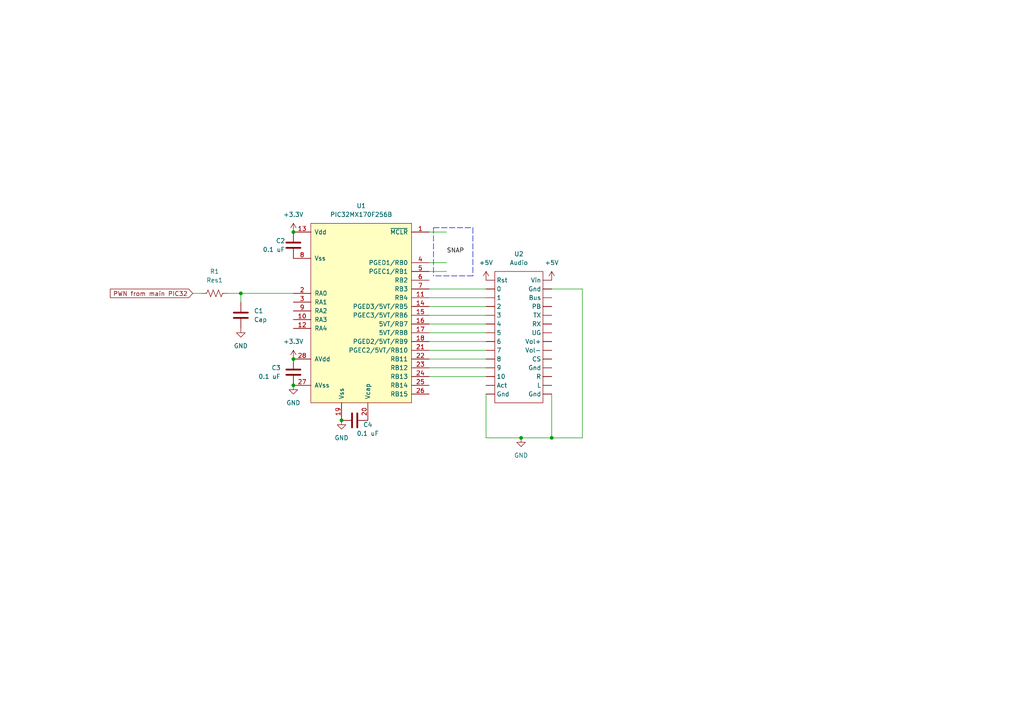
<source format=kicad_sch>
(kicad_sch (version 20211123) (generator eeschema)

  (uuid fb414823-067a-4f3c-89bd-c2b316dbf423)

  (paper "A4")

  (lib_symbols
    (symbol "ME218_BaseLib:Cap" (pin_numbers hide) (pin_names (offset 0.254)) (in_bom yes) (on_board yes)
      (property "Reference" "C" (id 0) (at 0.635 2.54 0)
        (effects (font (size 1.27 1.27)) (justify left))
      )
      (property "Value" "Cap" (id 1) (at 0.635 -2.54 0)
        (effects (font (size 1.27 1.27)) (justify left))
      )
      (property "Footprint" "" (id 2) (at 0.9652 -3.81 0)
        (effects (font (size 1.27 1.27)) hide)
      )
      (property "Datasheet" "" (id 3) (at 0 0 0)
        (effects (font (size 1.27 1.27)) hide)
      )
      (property "ki_fp_filters" "C_*" (id 4) (at 0 0 0)
        (effects (font (size 1.27 1.27)) hide)
      )
      (symbol "Cap_0_1"
        (polyline
          (pts
            (xy -2.032 -0.762)
            (xy 2.032 -0.762)
          )
          (stroke (width 0.508) (type default) (color 0 0 0 0))
          (fill (type none))
        )
        (polyline
          (pts
            (xy -2.032 0.762)
            (xy 2.032 0.762)
          )
          (stroke (width 0.508) (type default) (color 0 0 0 0))
          (fill (type none))
        )
      )
      (symbol "Cap_1_1"
        (pin passive line (at 0 3.81 270) (length 2.794)
          (name "~" (effects (font (size 1.27 1.27))))
          (number "1" (effects (font (size 1.27 1.27))))
        )
        (pin passive line (at 0 -3.81 90) (length 2.794)
          (name "~" (effects (font (size 1.27 1.27))))
          (number "2" (effects (font (size 1.27 1.27))))
        )
      )
    )
    (symbol "ME218_BaseLib:PIC32MX170F256B" (pin_names (offset 1.016)) (in_bom yes) (on_board yes)
      (property "Reference" "U" (id 0) (at -20.32 25.4 0)
        (effects (font (size 1.27 1.27)))
      )
      (property "Value" "PIC32MX170F256B" (id 1) (at -7.62 25.4 0)
        (effects (font (size 1.27 1.27)))
      )
      (property "Footprint" "" (id 2) (at 0 0 0)
        (effects (font (size 1.27 1.27)) hide)
      )
      (property "Datasheet" "" (id 3) (at 0 0 0)
        (effects (font (size 1.27 1.27)) hide)
      )
      (symbol "PIC32MX170F256B_0_1"
        (rectangle (start -21.59 24.13) (end 7.62 -27.94)
          (stroke (width 0) (type default) (color 0 0 0 0))
          (fill (type background))
        )
      )
      (symbol "PIC32MX170F256B_1_1"
        (pin input line (at 12.7 21.59 180) (length 5.08)
          (name "~{MCLR}" (effects (font (size 1.27 1.27))))
          (number "1" (effects (font (size 1.27 1.27))))
        )
        (pin bidirectional line (at -26.67 -3.81 0) (length 5.08)
          (name "RA3" (effects (font (size 1.27 1.27))))
          (number "10" (effects (font (size 1.27 1.27))))
        )
        (pin bidirectional line (at 12.7 2.54 180) (length 5.08)
          (name "RB4" (effects (font (size 1.27 1.27))))
          (number "11" (effects (font (size 1.27 1.27))))
        )
        (pin bidirectional line (at -26.67 -6.35 0) (length 5.08)
          (name "RA4" (effects (font (size 1.27 1.27))))
          (number "12" (effects (font (size 1.27 1.27))))
        )
        (pin power_in line (at -26.67 21.59 0) (length 5.08)
          (name "Vdd" (effects (font (size 1.27 1.27))))
          (number "13" (effects (font (size 1.27 1.27))))
        )
        (pin bidirectional line (at 12.7 0 180) (length 5.08)
          (name "PGED3/5VT/RB5" (effects (font (size 1.27 1.27))))
          (number "14" (effects (font (size 1.27 1.27))))
        )
        (pin bidirectional line (at 12.7 -2.54 180) (length 5.08)
          (name "PGEC3/5VT/RB6" (effects (font (size 1.27 1.27))))
          (number "15" (effects (font (size 1.27 1.27))))
        )
        (pin bidirectional line (at 12.7 -5.08 180) (length 5.08)
          (name "5VT/RB7" (effects (font (size 1.27 1.27))))
          (number "16" (effects (font (size 1.27 1.27))))
        )
        (pin bidirectional line (at 12.7 -7.62 180) (length 5.08)
          (name "5VT/RB8" (effects (font (size 1.27 1.27))))
          (number "17" (effects (font (size 1.27 1.27))))
        )
        (pin bidirectional line (at 12.7 -10.16 180) (length 5.08)
          (name "PGED2/5VT/RB9" (effects (font (size 1.27 1.27))))
          (number "18" (effects (font (size 1.27 1.27))))
        )
        (pin power_in line (at -12.7 -33.02 90) (length 5.08)
          (name "Vss" (effects (font (size 1.27 1.27))))
          (number "19" (effects (font (size 1.27 1.27))))
        )
        (pin bidirectional line (at -26.67 3.81 0) (length 5.08)
          (name "RA0" (effects (font (size 1.27 1.27))))
          (number "2" (effects (font (size 1.27 1.27))))
        )
        (pin input line (at -5.08 -33.02 90) (length 5.08)
          (name "Vcap" (effects (font (size 1.27 1.27))))
          (number "20" (effects (font (size 1.27 1.27))))
        )
        (pin bidirectional line (at 12.7 -12.7 180) (length 5.08)
          (name "PGEC2/5VT/RB10" (effects (font (size 1.27 1.27))))
          (number "21" (effects (font (size 1.27 1.27))))
        )
        (pin bidirectional line (at 12.7 -15.24 180) (length 5.08)
          (name "RB11" (effects (font (size 1.27 1.27))))
          (number "22" (effects (font (size 1.27 1.27))))
        )
        (pin bidirectional line (at 12.7 -17.78 180) (length 5.08)
          (name "RB12" (effects (font (size 1.27 1.27))))
          (number "23" (effects (font (size 1.27 1.27))))
        )
        (pin bidirectional line (at 12.7 -20.32 180) (length 5.08)
          (name "RB13" (effects (font (size 1.27 1.27))))
          (number "24" (effects (font (size 1.27 1.27))))
        )
        (pin bidirectional line (at 12.7 -22.86 180) (length 5.08)
          (name "RB14" (effects (font (size 1.27 1.27))))
          (number "25" (effects (font (size 1.27 1.27))))
        )
        (pin bidirectional line (at 12.7 -25.4 180) (length 5.08)
          (name "RB15" (effects (font (size 1.27 1.27))))
          (number "26" (effects (font (size 1.27 1.27))))
        )
        (pin power_in line (at -26.67 -22.86 0) (length 5.08)
          (name "AVss" (effects (font (size 1.27 1.27))))
          (number "27" (effects (font (size 1.27 1.27))))
        )
        (pin power_in line (at -26.67 -15.24 0) (length 5.08)
          (name "AVdd" (effects (font (size 1.27 1.27))))
          (number "28" (effects (font (size 1.27 1.27))))
        )
        (pin bidirectional line (at -26.67 1.27 0) (length 5.08)
          (name "RA1" (effects (font (size 1.27 1.27))))
          (number "3" (effects (font (size 1.27 1.27))))
        )
        (pin bidirectional line (at 12.7 12.7 180) (length 5.08)
          (name "PGED1/RB0" (effects (font (size 1.27 1.27))))
          (number "4" (effects (font (size 1.27 1.27))))
        )
        (pin bidirectional line (at 12.7 10.16 180) (length 5.08)
          (name "PGEC1/RB1" (effects (font (size 1.27 1.27))))
          (number "5" (effects (font (size 1.27 1.27))))
        )
        (pin bidirectional line (at 12.7 7.62 180) (length 5.08)
          (name "RB2" (effects (font (size 1.27 1.27))))
          (number "6" (effects (font (size 1.27 1.27))))
        )
        (pin bidirectional line (at 12.7 5.08 180) (length 5.08)
          (name "RB3" (effects (font (size 1.27 1.27))))
          (number "7" (effects (font (size 1.27 1.27))))
        )
        (pin power_in line (at -26.67 13.97 0) (length 5.08)
          (name "Vss" (effects (font (size 1.27 1.27))))
          (number "8" (effects (font (size 1.27 1.27))))
        )
        (pin bidirectional line (at -26.67 -1.27 0) (length 5.08)
          (name "RA2" (effects (font (size 1.27 1.27))))
          (number "9" (effects (font (size 1.27 1.27))))
        )
      )
    )
    (symbol "ME218_BaseLib:Res1" (pin_numbers hide) (pin_names (offset 0)) (in_bom yes) (on_board yes)
      (property "Reference" "R" (id 0) (at 2.54 0 90)
        (effects (font (size 1.27 1.27)))
      )
      (property "Value" "Res1" (id 1) (at -2.54 0 90)
        (effects (font (size 1.27 1.27)))
      )
      (property "Footprint" "" (id 2) (at 1.016 -0.254 90)
        (effects (font (size 1.27 1.27)) hide)
      )
      (property "Datasheet" "" (id 3) (at 0 0 0)
        (effects (font (size 1.27 1.27)) hide)
      )
      (property "ki_fp_filters" "R_*" (id 4) (at 0 0 0)
        (effects (font (size 1.27 1.27)) hide)
      )
      (symbol "Res1_0_1"
        (polyline
          (pts
            (xy 0 -2.286)
            (xy 0 -2.54)
          )
          (stroke (width 0) (type default) (color 0 0 0 0))
          (fill (type none))
        )
        (polyline
          (pts
            (xy 0 2.286)
            (xy 0 2.54)
          )
          (stroke (width 0) (type default) (color 0 0 0 0))
          (fill (type none))
        )
        (polyline
          (pts
            (xy 0 -0.762)
            (xy 1.016 -1.143)
            (xy 0 -1.524)
            (xy -1.016 -1.905)
            (xy 0 -2.286)
          )
          (stroke (width 0) (type default) (color 0 0 0 0))
          (fill (type none))
        )
        (polyline
          (pts
            (xy 0 0.762)
            (xy 1.016 0.381)
            (xy 0 0)
            (xy -1.016 -0.381)
            (xy 0 -0.762)
          )
          (stroke (width 0) (type default) (color 0 0 0 0))
          (fill (type none))
        )
        (polyline
          (pts
            (xy 0 2.286)
            (xy 1.016 1.905)
            (xy 0 1.524)
            (xy -1.016 1.143)
            (xy 0 0.762)
          )
          (stroke (width 0) (type default) (color 0 0 0 0))
          (fill (type none))
        )
      )
      (symbol "Res1_1_1"
        (pin passive line (at 0 3.81 270) (length 1.27)
          (name "~" (effects (font (size 1.27 1.27))))
          (number "1" (effects (font (size 1.27 1.27))))
        )
        (pin passive line (at 0 -3.81 90) (length 1.27)
          (name "~" (effects (font (size 1.27 1.27))))
          (number "2" (effects (font (size 1.27 1.27))))
        )
      )
    )
    (symbol "Project_Lib:Audio" (in_bom yes) (on_board yes)
      (property "Reference" "U" (id 0) (at -1.27 19.05 0)
        (effects (font (size 1.27 1.27)))
      )
      (property "Value" "Audio" (id 1) (at -1.27 21.59 0)
        (effects (font (size 1.27 1.27)))
      )
      (property "Footprint" "" (id 2) (at -3.81 12.7 0)
        (effects (font (size 1.27 1.27)) hide)
      )
      (property "Datasheet" "" (id 3) (at -3.81 12.7 0)
        (effects (font (size 1.27 1.27)) hide)
      )
      (symbol "Audio_0_1"
        (rectangle (start -7.62 17.78) (end 6.35 -20.32)
          (stroke (width 0) (type default) (color 0 0 0 0))
          (fill (type none))
        )
      )
      (symbol "Audio_1_1"
        (pin input line (at -10.16 12.7 0) (length 2.54)
          (name "0" (effects (font (size 1.27 1.27))))
          (number "" (effects (font (size 1.27 1.27))))
        )
        (pin input line (at -10.16 10.16 0) (length 2.54)
          (name "1" (effects (font (size 1.27 1.27))))
          (number "" (effects (font (size 1.27 1.27))))
        )
        (pin input line (at -10.16 -12.7 0) (length 2.54)
          (name "10" (effects (font (size 1.27 1.27))))
          (number "" (effects (font (size 1.27 1.27))))
        )
        (pin input line (at -10.16 7.62 0) (length 2.54)
          (name "2" (effects (font (size 1.27 1.27))))
          (number "" (effects (font (size 1.27 1.27))))
        )
        (pin input line (at -10.16 5.08 0) (length 2.54)
          (name "3" (effects (font (size 1.27 1.27))))
          (number "" (effects (font (size 1.27 1.27))))
        )
        (pin input line (at -10.16 2.54 0) (length 2.54)
          (name "4" (effects (font (size 1.27 1.27))))
          (number "" (effects (font (size 1.27 1.27))))
        )
        (pin input line (at -10.16 0 0) (length 2.54)
          (name "5" (effects (font (size 1.27 1.27))))
          (number "" (effects (font (size 1.27 1.27))))
        )
        (pin input line (at -10.16 -2.54 0) (length 2.54)
          (name "6" (effects (font (size 1.27 1.27))))
          (number "" (effects (font (size 1.27 1.27))))
        )
        (pin input line (at -10.16 -5.08 0) (length 2.54)
          (name "7" (effects (font (size 1.27 1.27))))
          (number "" (effects (font (size 1.27 1.27))))
        )
        (pin input line (at -10.16 -7.62 0) (length 2.54)
          (name "8" (effects (font (size 1.27 1.27))))
          (number "" (effects (font (size 1.27 1.27))))
        )
        (pin input line (at -10.16 -10.16 0) (length 2.54)
          (name "9" (effects (font (size 1.27 1.27))))
          (number "" (effects (font (size 1.27 1.27))))
        )
        (pin input line (at -10.16 -15.24 0) (length 2.54)
          (name "Act" (effects (font (size 1.27 1.27))))
          (number "" (effects (font (size 1.27 1.27))))
        )
        (pin input line (at 8.89 10.16 180) (length 2.54)
          (name "Bus" (effects (font (size 1.27 1.27))))
          (number "" (effects (font (size 1.27 1.27))))
        )
        (pin input line (at 8.89 -7.62 180) (length 2.54)
          (name "CS" (effects (font (size 1.27 1.27))))
          (number "" (effects (font (size 1.27 1.27))))
        )
        (pin input line (at -10.16 -17.78 0) (length 2.54)
          (name "Gnd" (effects (font (size 1.27 1.27))))
          (number "" (effects (font (size 1.27 1.27))))
        )
        (pin input line (at 8.89 -17.78 180) (length 2.54)
          (name "Gnd" (effects (font (size 1.27 1.27))))
          (number "" (effects (font (size 1.27 1.27))))
        )
        (pin input line (at 8.89 -10.16 180) (length 2.54)
          (name "Gnd" (effects (font (size 1.27 1.27))))
          (number "" (effects (font (size 1.27 1.27))))
        )
        (pin input line (at 8.89 12.7 180) (length 2.54)
          (name "Gnd" (effects (font (size 1.27 1.27))))
          (number "" (effects (font (size 1.27 1.27))))
        )
        (pin input line (at 8.89 -15.24 180) (length 2.54)
          (name "L" (effects (font (size 1.27 1.27))))
          (number "" (effects (font (size 1.27 1.27))))
        )
        (pin input line (at 8.89 7.62 180) (length 2.54)
          (name "PB" (effects (font (size 1.27 1.27))))
          (number "" (effects (font (size 1.27 1.27))))
        )
        (pin input line (at 8.89 -12.7 180) (length 2.54)
          (name "R" (effects (font (size 1.27 1.27))))
          (number "" (effects (font (size 1.27 1.27))))
        )
        (pin input line (at -10.16 15.24 0) (length 2.54)
          (name "Rst" (effects (font (size 1.27 1.27))))
          (number "" (effects (font (size 1.27 1.27))))
        )
        (pin input line (at 8.89 2.54 180) (length 2.54)
          (name "RX" (effects (font (size 1.27 1.27))))
          (number "" (effects (font (size 1.27 1.27))))
        )
        (pin input line (at 8.89 5.08 180) (length 2.54)
          (name "TX" (effects (font (size 1.27 1.27))))
          (number "" (effects (font (size 1.27 1.27))))
        )
        (pin input line (at 8.89 0 180) (length 2.54)
          (name "UG" (effects (font (size 1.27 1.27))))
          (number "" (effects (font (size 1.27 1.27))))
        )
        (pin input line (at 8.89 15.24 180) (length 2.54)
          (name "Vin" (effects (font (size 1.27 1.27))))
          (number "" (effects (font (size 1.27 1.27))))
        )
        (pin input line (at 8.89 -2.54 180) (length 2.54)
          (name "Vol+" (effects (font (size 1.27 1.27))))
          (number "" (effects (font (size 1.27 1.27))))
        )
        (pin input line (at 8.89 -5.08 180) (length 2.54)
          (name "Vol-" (effects (font (size 1.27 1.27))))
          (number "" (effects (font (size 1.27 1.27))))
        )
      )
    )
    (symbol "power:+3.3V" (power) (pin_names (offset 0)) (in_bom yes) (on_board yes)
      (property "Reference" "#PWR" (id 0) (at 0 -3.81 0)
        (effects (font (size 1.27 1.27)) hide)
      )
      (property "Value" "+3.3V" (id 1) (at 0 3.556 0)
        (effects (font (size 1.27 1.27)))
      )
      (property "Footprint" "" (id 2) (at 0 0 0)
        (effects (font (size 1.27 1.27)) hide)
      )
      (property "Datasheet" "" (id 3) (at 0 0 0)
        (effects (font (size 1.27 1.27)) hide)
      )
      (property "ki_keywords" "power-flag" (id 4) (at 0 0 0)
        (effects (font (size 1.27 1.27)) hide)
      )
      (property "ki_description" "Power symbol creates a global label with name \"+3.3V\"" (id 5) (at 0 0 0)
        (effects (font (size 1.27 1.27)) hide)
      )
      (symbol "+3.3V_0_1"
        (polyline
          (pts
            (xy -0.762 1.27)
            (xy 0 2.54)
          )
          (stroke (width 0) (type default) (color 0 0 0 0))
          (fill (type none))
        )
        (polyline
          (pts
            (xy 0 0)
            (xy 0 2.54)
          )
          (stroke (width 0) (type default) (color 0 0 0 0))
          (fill (type none))
        )
        (polyline
          (pts
            (xy 0 2.54)
            (xy 0.762 1.27)
          )
          (stroke (width 0) (type default) (color 0 0 0 0))
          (fill (type none))
        )
      )
      (symbol "+3.3V_1_1"
        (pin power_in line (at 0 0 90) (length 0) hide
          (name "+3.3V" (effects (font (size 1.27 1.27))))
          (number "1" (effects (font (size 1.27 1.27))))
        )
      )
    )
    (symbol "power:+5V" (power) (pin_names (offset 0)) (in_bom yes) (on_board yes)
      (property "Reference" "#PWR" (id 0) (at 0 -3.81 0)
        (effects (font (size 1.27 1.27)) hide)
      )
      (property "Value" "+5V" (id 1) (at 0 3.556 0)
        (effects (font (size 1.27 1.27)))
      )
      (property "Footprint" "" (id 2) (at 0 0 0)
        (effects (font (size 1.27 1.27)) hide)
      )
      (property "Datasheet" "" (id 3) (at 0 0 0)
        (effects (font (size 1.27 1.27)) hide)
      )
      (property "ki_keywords" "power-flag" (id 4) (at 0 0 0)
        (effects (font (size 1.27 1.27)) hide)
      )
      (property "ki_description" "Power symbol creates a global label with name \"+5V\"" (id 5) (at 0 0 0)
        (effects (font (size 1.27 1.27)) hide)
      )
      (symbol "+5V_0_1"
        (polyline
          (pts
            (xy -0.762 1.27)
            (xy 0 2.54)
          )
          (stroke (width 0) (type default) (color 0 0 0 0))
          (fill (type none))
        )
        (polyline
          (pts
            (xy 0 0)
            (xy 0 2.54)
          )
          (stroke (width 0) (type default) (color 0 0 0 0))
          (fill (type none))
        )
        (polyline
          (pts
            (xy 0 2.54)
            (xy 0.762 1.27)
          )
          (stroke (width 0) (type default) (color 0 0 0 0))
          (fill (type none))
        )
      )
      (symbol "+5V_1_1"
        (pin power_in line (at 0 0 90) (length 0) hide
          (name "+5V" (effects (font (size 1.27 1.27))))
          (number "1" (effects (font (size 1.27 1.27))))
        )
      )
    )
    (symbol "power:GND" (power) (pin_names (offset 0)) (in_bom yes) (on_board yes)
      (property "Reference" "#PWR" (id 0) (at 0 -6.35 0)
        (effects (font (size 1.27 1.27)) hide)
      )
      (property "Value" "GND" (id 1) (at 0 -3.81 0)
        (effects (font (size 1.27 1.27)))
      )
      (property "Footprint" "" (id 2) (at 0 0 0)
        (effects (font (size 1.27 1.27)) hide)
      )
      (property "Datasheet" "" (id 3) (at 0 0 0)
        (effects (font (size 1.27 1.27)) hide)
      )
      (property "ki_keywords" "power-flag" (id 4) (at 0 0 0)
        (effects (font (size 1.27 1.27)) hide)
      )
      (property "ki_description" "Power symbol creates a global label with name \"GND\" , ground" (id 5) (at 0 0 0)
        (effects (font (size 1.27 1.27)) hide)
      )
      (symbol "GND_0_1"
        (polyline
          (pts
            (xy 0 0)
            (xy 0 -1.27)
            (xy 1.27 -1.27)
            (xy 0 -2.54)
            (xy -1.27 -1.27)
            (xy 0 -1.27)
          )
          (stroke (width 0) (type default) (color 0 0 0 0))
          (fill (type none))
        )
      )
      (symbol "GND_1_1"
        (pin power_in line (at 0 0 270) (length 0) hide
          (name "GND" (effects (font (size 1.27 1.27))))
          (number "1" (effects (font (size 1.27 1.27))))
        )
      )
    )
  )

  (junction (at 69.85 85.09) (diameter 0) (color 0 0 0 0)
    (uuid 00d90912-e6f9-44ba-a7b7-2c2e15623bce)
  )
  (junction (at 85.09 111.76) (diameter 0) (color 0 0 0 0)
    (uuid 22272654-62ee-41d5-894d-f654365ea6c4)
  )
  (junction (at 99.06 121.92) (diameter 0) (color 0 0 0 0)
    (uuid 22c08dfe-06dd-4acc-a4b4-6ab4d9e59949)
  )
  (junction (at 151.13 127) (diameter 0) (color 0 0 0 0)
    (uuid 6ec605ba-fa38-424f-9d39-eff3b80407ca)
  )
  (junction (at 85.09 104.14) (diameter 0) (color 0 0 0 0)
    (uuid 7da90329-e1eb-4dd7-bad8-263218e42b29)
  )
  (junction (at 160.02 127) (diameter 0) (color 0 0 0 0)
    (uuid 992d1c45-fde8-470e-b135-ef057960980a)
  )
  (junction (at 85.09 67.31) (diameter 0) (color 0 0 0 0)
    (uuid dd06052b-b3fc-49e2-92b9-cd9cfed6e792)
  )

  (polyline (pts (xy 137.16 80.01) (xy 125.73 80.01))
    (stroke (width 0) (type default) (color 0 0 0 0))
    (uuid 0ffdef8a-0dd7-4ce2-959b-26667629071b)
  )

  (wire (pts (xy 124.46 99.06) (xy 140.97 99.06))
    (stroke (width 0) (type default) (color 0 0 0 0))
    (uuid 1adbb370-8b29-4797-aff4-75dfb472a19d)
  )
  (wire (pts (xy 124.46 67.31) (xy 129.54 67.31))
    (stroke (width 0) (type default) (color 0 0 0 0))
    (uuid 1d3cac27-178b-47b2-bac2-95201b630d34)
  )
  (wire (pts (xy 124.46 109.22) (xy 140.97 109.22))
    (stroke (width 0) (type default) (color 0 0 0 0))
    (uuid 2037f90b-37c8-4bf6-be06-a5ce19583f65)
  )
  (polyline (pts (xy 125.73 66.04) (xy 137.16 66.04))
    (stroke (width 0) (type default) (color 0 0 0 0))
    (uuid 27dad7ef-2599-4f87-a779-086a9db346a1)
  )

  (wire (pts (xy 55.88 85.09) (xy 58.42 85.09))
    (stroke (width 0) (type default) (color 0 0 0 0))
    (uuid 2afa6542-070f-45f8-8ff5-ffda0371f885)
  )
  (wire (pts (xy 69.85 85.09) (xy 69.85 87.63))
    (stroke (width 0) (type default) (color 0 0 0 0))
    (uuid 2d7ab6f2-246e-42aa-bed2-b07939a1bab1)
  )
  (wire (pts (xy 66.04 85.09) (xy 69.85 85.09))
    (stroke (width 0) (type default) (color 0 0 0 0))
    (uuid 35f356ce-9469-4288-8ebf-d599370040a2)
  )
  (wire (pts (xy 69.85 85.09) (xy 85.09 85.09))
    (stroke (width 0) (type default) (color 0 0 0 0))
    (uuid 5431932a-e150-47a0-922e-90d4b011feab)
  )
  (wire (pts (xy 124.46 101.6) (xy 140.97 101.6))
    (stroke (width 0) (type default) (color 0 0 0 0))
    (uuid 6a7de6fa-4a72-4375-bc0a-e55f18de73ab)
  )
  (wire (pts (xy 124.46 91.44) (xy 140.97 91.44))
    (stroke (width 0) (type default) (color 0 0 0 0))
    (uuid 73b7031a-ebf0-4772-b4fd-ebf0a1c048a2)
  )
  (wire (pts (xy 124.46 86.36) (xy 140.97 86.36))
    (stroke (width 0) (type default) (color 0 0 0 0))
    (uuid 877eaab9-eae5-4ab9-81af-89b628218d72)
  )
  (wire (pts (xy 160.02 127) (xy 151.13 127))
    (stroke (width 0) (type default) (color 0 0 0 0))
    (uuid 8a4fd670-8117-469d-ad76-086b52af3229)
  )
  (wire (pts (xy 124.46 93.98) (xy 140.97 93.98))
    (stroke (width 0) (type default) (color 0 0 0 0))
    (uuid 8b1aa775-de77-49ff-89c5-55c057459bdd)
  )
  (wire (pts (xy 124.46 96.52) (xy 140.97 96.52))
    (stroke (width 0) (type default) (color 0 0 0 0))
    (uuid 8f0eb71d-2a50-413f-bac3-87f3c56111e9)
  )
  (wire (pts (xy 124.46 78.74) (xy 129.54 78.74))
    (stroke (width 0) (type default) (color 0 0 0 0))
    (uuid 9828bbf7-62ba-4423-8472-7daa7bad6195)
  )
  (wire (pts (xy 124.46 88.9) (xy 140.97 88.9))
    (stroke (width 0) (type default) (color 0 0 0 0))
    (uuid 99e478dd-1c6b-4a28-9e35-30a13b83167e)
  )
  (wire (pts (xy 168.91 83.82) (xy 168.91 127))
    (stroke (width 0) (type default) (color 0 0 0 0))
    (uuid 9d0bc972-c3e4-44d7-ae55-0dd657fadebd)
  )
  (wire (pts (xy 140.97 127) (xy 151.13 127))
    (stroke (width 0) (type default) (color 0 0 0 0))
    (uuid a8d0cdc6-8b9f-489f-af90-4a009787c0fd)
  )
  (wire (pts (xy 124.46 76.2) (xy 129.54 76.2))
    (stroke (width 0) (type default) (color 0 0 0 0))
    (uuid b165a29c-ebab-4797-b754-6ef49860510f)
  )
  (polyline (pts (xy 137.16 66.04) (xy 137.16 80.01))
    (stroke (width 0) (type default) (color 0 0 0 0))
    (uuid b1b1e6b6-208e-446c-afb4-cb77f3fce43d)
  )

  (wire (pts (xy 124.46 83.82) (xy 140.97 83.82))
    (stroke (width 0) (type default) (color 0 0 0 0))
    (uuid ba97b6cb-4f3f-4e4d-8a08-a6b3b8ef1aa9)
  )
  (polyline (pts (xy 125.73 66.04) (xy 125.73 80.01))
    (stroke (width 0) (type default) (color 0 0 0 0))
    (uuid bcf34c24-57a1-4b67-933a-21a763bf75e7)
  )

  (wire (pts (xy 140.97 114.3) (xy 140.97 127))
    (stroke (width 0) (type default) (color 0 0 0 0))
    (uuid c48fa691-a506-4d5a-8fc3-73929a7d08da)
  )
  (wire (pts (xy 124.46 106.68) (xy 140.97 106.68))
    (stroke (width 0) (type default) (color 0 0 0 0))
    (uuid cb7eee1a-3d04-41c2-8979-b8d4052d2b97)
  )
  (wire (pts (xy 160.02 114.3) (xy 160.02 127))
    (stroke (width 0) (type default) (color 0 0 0 0))
    (uuid ccf21e89-486c-4c55-9bab-29cda1378f94)
  )
  (wire (pts (xy 160.02 83.82) (xy 168.91 83.82))
    (stroke (width 0) (type default) (color 0 0 0 0))
    (uuid da8bde45-6174-4fd7-8302-e56e5b2c82e0)
  )
  (wire (pts (xy 124.46 104.14) (xy 140.97 104.14))
    (stroke (width 0) (type default) (color 0 0 0 0))
    (uuid ecf0bc96-b25a-4c77-84c5-fc5e90b93bed)
  )
  (wire (pts (xy 168.91 127) (xy 160.02 127))
    (stroke (width 0) (type default) (color 0 0 0 0))
    (uuid fb3fa69d-835e-4ca4-93da-710f63932e73)
  )

  (label "SNAP" (at 129.54 73.66 0)
    (effects (font (size 1.27 1.27)) (justify left bottom))
    (uuid bf935268-6f6e-45bd-8ffa-30d25d0102df)
  )

  (global_label "PWN from main PIC32" (shape input) (at 55.88 85.09 180) (fields_autoplaced)
    (effects (font (size 1.27 1.27)) (justify right))
    (uuid c87c879b-d670-40bd-8647-2a7c0fc57142)
    (property "Intersheet References" "${INTERSHEET_REFS}" (id 0) (at 31.9979 85.0106 0)
      (effects (font (size 1.27 1.27)) (justify right) hide)
    )
  )

  (symbol (lib_id "power:GND") (at 85.09 111.76 0) (unit 1)
    (in_bom yes) (on_board yes) (fields_autoplaced)
    (uuid 0679564f-c84a-440f-bd84-9313b3b7bf2f)
    (property "Reference" "#PWR04" (id 0) (at 85.09 118.11 0)
      (effects (font (size 1.27 1.27)) hide)
    )
    (property "Value" "GND" (id 1) (at 85.09 116.84 0))
    (property "Footprint" "" (id 2) (at 85.09 111.76 0)
      (effects (font (size 1.27 1.27)) hide)
    )
    (property "Datasheet" "" (id 3) (at 85.09 111.76 0)
      (effects (font (size 1.27 1.27)) hide)
    )
    (pin "1" (uuid c27d1c77-2b98-433a-9f75-9ca2152313ed))
  )

  (symbol (lib_id "power:+5V") (at 160.02 81.28 0) (unit 1)
    (in_bom yes) (on_board yes) (fields_autoplaced)
    (uuid 2f421b41-758e-4221-b486-1685061bb3b5)
    (property "Reference" "#PWR08" (id 0) (at 160.02 85.09 0)
      (effects (font (size 1.27 1.27)) hide)
    )
    (property "Value" "+5V" (id 1) (at 160.02 76.2 0))
    (property "Footprint" "" (id 2) (at 160.02 81.28 0)
      (effects (font (size 1.27 1.27)) hide)
    )
    (property "Datasheet" "" (id 3) (at 160.02 81.28 0)
      (effects (font (size 1.27 1.27)) hide)
    )
    (pin "1" (uuid d172e976-78d5-4e95-96a3-0645ed2eae7f))
  )

  (symbol (lib_id "power:+3.3V") (at 85.09 67.31 0) (unit 1)
    (in_bom yes) (on_board yes) (fields_autoplaced)
    (uuid 307fc7f0-c696-427b-9d9a-3e6c2f74a058)
    (property "Reference" "#PWR02" (id 0) (at 85.09 71.12 0)
      (effects (font (size 1.27 1.27)) hide)
    )
    (property "Value" "+3.3V" (id 1) (at 85.09 62.23 0))
    (property "Footprint" "" (id 2) (at 85.09 67.31 0)
      (effects (font (size 1.27 1.27)) hide)
    )
    (property "Datasheet" "" (id 3) (at 85.09 67.31 0)
      (effects (font (size 1.27 1.27)) hide)
    )
    (pin "1" (uuid 06165e28-0b53-4bf4-b09e-7da8c45eb47c))
  )

  (symbol (lib_id "power:GND") (at 69.85 95.25 0) (unit 1)
    (in_bom yes) (on_board yes) (fields_autoplaced)
    (uuid 4697fba1-cd9a-499d-85c6-901d8f40efd7)
    (property "Reference" "#PWR01" (id 0) (at 69.85 101.6 0)
      (effects (font (size 1.27 1.27)) hide)
    )
    (property "Value" "GND" (id 1) (at 69.85 100.33 0))
    (property "Footprint" "" (id 2) (at 69.85 95.25 0)
      (effects (font (size 1.27 1.27)) hide)
    )
    (property "Datasheet" "" (id 3) (at 69.85 95.25 0)
      (effects (font (size 1.27 1.27)) hide)
    )
    (pin "1" (uuid 60781185-f5ba-48ec-a104-29368bcbbb20))
  )

  (symbol (lib_id "power:+5V") (at 140.97 81.28 0) (unit 1)
    (in_bom yes) (on_board yes) (fields_autoplaced)
    (uuid 4c7bde27-ea2e-4343-87a4-2e140cc84fba)
    (property "Reference" "#PWR06" (id 0) (at 140.97 85.09 0)
      (effects (font (size 1.27 1.27)) hide)
    )
    (property "Value" "+5V" (id 1) (at 140.97 76.2 0))
    (property "Footprint" "" (id 2) (at 140.97 81.28 0)
      (effects (font (size 1.27 1.27)) hide)
    )
    (property "Datasheet" "" (id 3) (at 140.97 81.28 0)
      (effects (font (size 1.27 1.27)) hide)
    )
    (pin "1" (uuid 82bbb1dd-0ea6-4212-83d9-043890db702b))
  )

  (symbol (lib_id "power:GND") (at 151.13 127 0) (unit 1)
    (in_bom yes) (on_board yes) (fields_autoplaced)
    (uuid 5a68f728-aabb-4100-998d-caf969b31fbc)
    (property "Reference" "#PWR07" (id 0) (at 151.13 133.35 0)
      (effects (font (size 1.27 1.27)) hide)
    )
    (property "Value" "GND" (id 1) (at 151.13 132.08 0))
    (property "Footprint" "" (id 2) (at 151.13 127 0)
      (effects (font (size 1.27 1.27)) hide)
    )
    (property "Datasheet" "" (id 3) (at 151.13 127 0)
      (effects (font (size 1.27 1.27)) hide)
    )
    (pin "1" (uuid c88bd50d-3e3f-4ec4-a776-8044f9522449))
  )

  (symbol (lib_id "power:GND") (at 99.06 121.92 0) (unit 1)
    (in_bom yes) (on_board yes) (fields_autoplaced)
    (uuid 5d35bcb7-e778-423b-a1f2-ec3de5a8b2e7)
    (property "Reference" "#PWR05" (id 0) (at 99.06 128.27 0)
      (effects (font (size 1.27 1.27)) hide)
    )
    (property "Value" "GND" (id 1) (at 99.06 127 0))
    (property "Footprint" "" (id 2) (at 99.06 121.92 0)
      (effects (font (size 1.27 1.27)) hide)
    )
    (property "Datasheet" "" (id 3) (at 99.06 121.92 0)
      (effects (font (size 1.27 1.27)) hide)
    )
    (pin "1" (uuid bd2a1f86-4b28-4c7e-932e-64b41826f421))
  )

  (symbol (lib_id "power:+3.3V") (at 85.09 104.14 0) (unit 1)
    (in_bom yes) (on_board yes) (fields_autoplaced)
    (uuid 78cfee05-ca67-4915-9f72-a74b8be2db82)
    (property "Reference" "#PWR03" (id 0) (at 85.09 107.95 0)
      (effects (font (size 1.27 1.27)) hide)
    )
    (property "Value" "+3.3V" (id 1) (at 85.09 99.06 0))
    (property "Footprint" "" (id 2) (at 85.09 104.14 0)
      (effects (font (size 1.27 1.27)) hide)
    )
    (property "Datasheet" "" (id 3) (at 85.09 104.14 0)
      (effects (font (size 1.27 1.27)) hide)
    )
    (pin "1" (uuid 7397a919-bd7d-40d3-bd4d-a566fc735334))
  )

  (symbol (lib_id "ME218_BaseLib:Cap") (at 85.09 107.95 0) (unit 1)
    (in_bom yes) (on_board yes)
    (uuid 852e05e9-b415-44cc-9eb5-4e6d1efdbf4f)
    (property "Reference" "C3" (id 0) (at 78.74 106.68 0)
      (effects (font (size 1.27 1.27)) (justify left))
    )
    (property "Value" "0.1 uF" (id 1) (at 74.93 109.22 0)
      (effects (font (size 1.27 1.27)) (justify left))
    )
    (property "Footprint" "" (id 2) (at 86.0552 111.76 0)
      (effects (font (size 1.27 1.27)) hide)
    )
    (property "Datasheet" "" (id 3) (at 85.09 107.95 0)
      (effects (font (size 1.27 1.27)) hide)
    )
    (pin "1" (uuid 286a9f5c-80d2-46ec-9c02-2244b639fcc0))
    (pin "2" (uuid 5b6d356b-a4b2-44b2-a186-9bf8411bf5ff))
  )

  (symbol (lib_id "ME218_BaseLib:Cap") (at 102.87 121.92 90) (unit 1)
    (in_bom yes) (on_board yes)
    (uuid 8d884be3-b0d7-4caf-8cff-373524969add)
    (property "Reference" "C4" (id 0) (at 106.68 123.19 90))
    (property "Value" "0.1 uF" (id 1) (at 106.68 125.73 90))
    (property "Footprint" "" (id 2) (at 106.68 120.9548 0)
      (effects (font (size 1.27 1.27)) hide)
    )
    (property "Datasheet" "" (id 3) (at 102.87 121.92 0)
      (effects (font (size 1.27 1.27)) hide)
    )
    (pin "1" (uuid 5865eb98-e923-4051-8b48-4a41ee1da56e))
    (pin "2" (uuid a381fb45-373a-4e5d-841f-42df6d1072e4))
  )

  (symbol (lib_id "ME218_BaseLib:Cap") (at 69.85 91.44 0) (unit 1)
    (in_bom yes) (on_board yes) (fields_autoplaced)
    (uuid 9936a45c-d9ed-4757-8965-fef1371db57d)
    (property "Reference" "C1" (id 0) (at 73.66 90.1699 0)
      (effects (font (size 1.27 1.27)) (justify left))
    )
    (property "Value" "Cap" (id 1) (at 73.66 92.7099 0)
      (effects (font (size 1.27 1.27)) (justify left))
    )
    (property "Footprint" "" (id 2) (at 70.8152 95.25 0)
      (effects (font (size 1.27 1.27)) hide)
    )
    (property "Datasheet" "" (id 3) (at 69.85 91.44 0)
      (effects (font (size 1.27 1.27)) hide)
    )
    (pin "1" (uuid 57374ca4-5489-4f79-89f5-6f32e28e663f))
    (pin "2" (uuid 679255b0-3896-46f8-b7f6-4474c4ecf0fe))
  )

  (symbol (lib_id "ME218_BaseLib:PIC32MX170F256B") (at 111.76 88.9 0) (unit 1)
    (in_bom yes) (on_board yes) (fields_autoplaced)
    (uuid 9a76a1be-3dbe-4472-8dd0-5f705461bcc5)
    (property "Reference" "U1" (id 0) (at 104.775 59.69 0))
    (property "Value" "PIC32MX170F256B" (id 1) (at 104.775 62.23 0))
    (property "Footprint" "" (id 2) (at 111.76 88.9 0)
      (effects (font (size 1.27 1.27)) hide)
    )
    (property "Datasheet" "" (id 3) (at 111.76 88.9 0)
      (effects (font (size 1.27 1.27)) hide)
    )
    (pin "1" (uuid aee8341d-231d-4d03-b5bc-0235b3dfb722))
    (pin "10" (uuid 4b30e69a-0d61-4788-a686-a2f4cd56d15a))
    (pin "11" (uuid 4b9ac2d9-5510-42ca-a157-30ff75033487))
    (pin "12" (uuid c3bec108-328b-4589-8a94-e9adf0003886))
    (pin "13" (uuid c874cc97-e11f-4b89-b086-f3e3b7b28b44))
    (pin "14" (uuid b92f0e67-0999-4f45-a6cf-36c162fccec1))
    (pin "15" (uuid 8bf003d4-b377-475d-9e03-276b9507faf4))
    (pin "16" (uuid ebf71c77-0c61-457b-ac31-9f170d718464))
    (pin "17" (uuid 1aa05682-c0b9-41a7-95c7-f9eafe240909))
    (pin "18" (uuid e71fcd53-46ca-4a59-a43d-6e8315379a58))
    (pin "19" (uuid 5d328113-45b0-442b-bc21-74c33e96e0b8))
    (pin "2" (uuid 17140150-8b3a-4bb1-b3dd-732be02460a9))
    (pin "20" (uuid 215e4908-9c07-438d-96a6-8005e9436784))
    (pin "21" (uuid 5972882b-7087-4d81-9e45-129ab5bc50b6))
    (pin "22" (uuid f242fa8d-8a64-4966-b795-b317dc00ac5e))
    (pin "23" (uuid e6b89a9a-77e6-43e4-80bc-2b62af3e8ad9))
    (pin "24" (uuid adca6441-6402-4e1b-8345-94c892be37c7))
    (pin "25" (uuid 47970c52-0732-4560-8e1d-c24051c4541f))
    (pin "26" (uuid 6a205ab8-00f8-42d0-8763-2f072fc2fe63))
    (pin "27" (uuid 62bc6821-3660-436b-85eb-9d3e7551114b))
    (pin "28" (uuid 2c91321f-7347-49a6-a219-4f0ea434b55c))
    (pin "3" (uuid ee50f57f-cb6d-4204-84d1-dd8437b468f1))
    (pin "4" (uuid 39d7b9c1-2452-4b34-9f41-ba6f626d06bb))
    (pin "5" (uuid 32a9b21c-1223-4bd4-8dd2-9b3d2c2d9c73))
    (pin "6" (uuid 0c0072b2-99c8-4d52-b579-8f6960b0398d))
    (pin "7" (uuid fd8bcf82-4152-4a25-8b9b-17de9a3908b0))
    (pin "8" (uuid d000574f-2046-48b4-a7c2-dece0820d6ff))
    (pin "9" (uuid f7fadb90-8df4-4c1f-aa97-a9089830ba6b))
  )

  (symbol (lib_id "ME218_BaseLib:Cap") (at 85.09 71.12 0) (unit 1)
    (in_bom yes) (on_board yes)
    (uuid d261bf19-4354-4145-96e4-4c2be8eed837)
    (property "Reference" "C2" (id 0) (at 80.01 69.85 0)
      (effects (font (size 1.27 1.27)) (justify left))
    )
    (property "Value" "0.1 uF" (id 1) (at 76.2 72.39 0)
      (effects (font (size 1.27 1.27)) (justify left))
    )
    (property "Footprint" "" (id 2) (at 86.0552 74.93 0)
      (effects (font (size 1.27 1.27)) hide)
    )
    (property "Datasheet" "" (id 3) (at 85.09 71.12 0)
      (effects (font (size 1.27 1.27)) hide)
    )
    (pin "1" (uuid 8a40e1c8-9cf3-4841-bf38-cccdd1db7cca))
    (pin "2" (uuid ba278f28-21be-43f3-a27a-c7f8da717cb2))
  )

  (symbol (lib_id "ME218_BaseLib:Res1") (at 62.23 85.09 90) (unit 1)
    (in_bom yes) (on_board yes) (fields_autoplaced)
    (uuid df0418e5-cc6d-4e9d-b411-2c9742773b02)
    (property "Reference" "R1" (id 0) (at 62.23 78.74 90))
    (property "Value" "Res1" (id 1) (at 62.23 81.28 90))
    (property "Footprint" "" (id 2) (at 62.484 84.074 90)
      (effects (font (size 1.27 1.27)) hide)
    )
    (property "Datasheet" "" (id 3) (at 62.23 85.09 0)
      (effects (font (size 1.27 1.27)) hide)
    )
    (pin "1" (uuid e2e3da6e-ac92-423d-8b75-34305b034bd9))
    (pin "2" (uuid 885dbaf2-8ba4-46b4-bafa-2b710922b38f))
  )

  (symbol (lib_id "Project_Lib:Audio") (at 151.13 96.52 0) (unit 1)
    (in_bom yes) (on_board yes) (fields_autoplaced)
    (uuid f95d0ab5-e18e-443c-a8ce-0949ccd4f642)
    (property "Reference" "U2" (id 0) (at 150.495 73.66 0))
    (property "Value" "Audio" (id 1) (at 150.495 76.2 0))
    (property "Footprint" "" (id 2) (at 147.32 83.82 0)
      (effects (font (size 1.27 1.27)) hide)
    )
    (property "Datasheet" "" (id 3) (at 147.32 83.82 0)
      (effects (font (size 1.27 1.27)) hide)
    )
    (pin "" (uuid 5d28298e-ef96-4298-891d-ca7f603e550d))
    (pin "" (uuid 5d28298e-ef96-4298-891d-ca7f603e550d))
    (pin "" (uuid 5d28298e-ef96-4298-891d-ca7f603e550d))
    (pin "" (uuid 5d28298e-ef96-4298-891d-ca7f603e550d))
    (pin "" (uuid 5d28298e-ef96-4298-891d-ca7f603e550d))
    (pin "" (uuid 5d28298e-ef96-4298-891d-ca7f603e550d))
    (pin "" (uuid 5d28298e-ef96-4298-891d-ca7f603e550d))
    (pin "" (uuid 5d28298e-ef96-4298-891d-ca7f603e550d))
    (pin "" (uuid 5d28298e-ef96-4298-891d-ca7f603e550d))
    (pin "" (uuid 5d28298e-ef96-4298-891d-ca7f603e550d))
    (pin "" (uuid 5d28298e-ef96-4298-891d-ca7f603e550d))
    (pin "" (uuid 5d28298e-ef96-4298-891d-ca7f603e550d))
    (pin "" (uuid 5d28298e-ef96-4298-891d-ca7f603e550d))
    (pin "" (uuid 5d28298e-ef96-4298-891d-ca7f603e550d))
    (pin "" (uuid 5d28298e-ef96-4298-891d-ca7f603e550d))
    (pin "" (uuid 5d28298e-ef96-4298-891d-ca7f603e550d))
    (pin "" (uuid 5d28298e-ef96-4298-891d-ca7f603e550d))
    (pin "" (uuid 5d28298e-ef96-4298-891d-ca7f603e550d))
    (pin "" (uuid 5d28298e-ef96-4298-891d-ca7f603e550d))
    (pin "" (uuid 5d28298e-ef96-4298-891d-ca7f603e550d))
    (pin "" (uuid 5d28298e-ef96-4298-891d-ca7f603e550d))
    (pin "" (uuid 5d28298e-ef96-4298-891d-ca7f603e550d))
    (pin "" (uuid 5d28298e-ef96-4298-891d-ca7f603e550d))
    (pin "" (uuid 5d28298e-ef96-4298-891d-ca7f603e550d))
    (pin "" (uuid 5d28298e-ef96-4298-891d-ca7f603e550d))
    (pin "" (uuid 5d28298e-ef96-4298-891d-ca7f603e550d))
    (pin "" (uuid 5d28298e-ef96-4298-891d-ca7f603e550d))
    (pin "" (uuid 5d28298e-ef96-4298-891d-ca7f603e550d))
  )

  (sheet_instances
    (path "/" (page "1"))
  )

  (symbol_instances
    (path "/4697fba1-cd9a-499d-85c6-901d8f40efd7"
      (reference "#PWR01") (unit 1) (value "GND") (footprint "")
    )
    (path "/307fc7f0-c696-427b-9d9a-3e6c2f74a058"
      (reference "#PWR02") (unit 1) (value "+3.3V") (footprint "")
    )
    (path "/78cfee05-ca67-4915-9f72-a74b8be2db82"
      (reference "#PWR03") (unit 1) (value "+3.3V") (footprint "")
    )
    (path "/0679564f-c84a-440f-bd84-9313b3b7bf2f"
      (reference "#PWR04") (unit 1) (value "GND") (footprint "")
    )
    (path "/5d35bcb7-e778-423b-a1f2-ec3de5a8b2e7"
      (reference "#PWR05") (unit 1) (value "GND") (footprint "")
    )
    (path "/4c7bde27-ea2e-4343-87a4-2e140cc84fba"
      (reference "#PWR06") (unit 1) (value "+5V") (footprint "")
    )
    (path "/5a68f728-aabb-4100-998d-caf969b31fbc"
      (reference "#PWR07") (unit 1) (value "GND") (footprint "")
    )
    (path "/2f421b41-758e-4221-b486-1685061bb3b5"
      (reference "#PWR08") (unit 1) (value "+5V") (footprint "")
    )
    (path "/9936a45c-d9ed-4757-8965-fef1371db57d"
      (reference "C1") (unit 1) (value "Cap") (footprint "")
    )
    (path "/d261bf19-4354-4145-96e4-4c2be8eed837"
      (reference "C2") (unit 1) (value "0.1 uF") (footprint "")
    )
    (path "/852e05e9-b415-44cc-9eb5-4e6d1efdbf4f"
      (reference "C3") (unit 1) (value "0.1 uF") (footprint "")
    )
    (path "/8d884be3-b0d7-4caf-8cff-373524969add"
      (reference "C4") (unit 1) (value "0.1 uF") (footprint "")
    )
    (path "/df0418e5-cc6d-4e9d-b411-2c9742773b02"
      (reference "R1") (unit 1) (value "Res1") (footprint "")
    )
    (path "/9a76a1be-3dbe-4472-8dd0-5f705461bcc5"
      (reference "U1") (unit 1) (value "PIC32MX170F256B") (footprint "")
    )
    (path "/f95d0ab5-e18e-443c-a8ce-0949ccd4f642"
      (reference "U2") (unit 1) (value "Audio") (footprint "")
    )
  )
)

</source>
